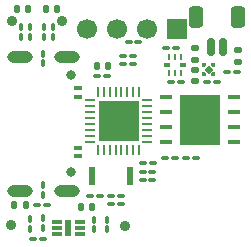
<source format=gbr>
%TF.GenerationSoftware,KiCad,Pcbnew,9.0.6-rc1*%
%TF.CreationDate,2025-11-21T10:50:26+01:00*%
%TF.ProjectId,hardware_V8,68617264-7761-4726-955f-56382e6b6963,rev?*%
%TF.SameCoordinates,Original*%
%TF.FileFunction,Soldermask,Top*%
%TF.FilePolarity,Negative*%
%FSLAX46Y46*%
G04 Gerber Fmt 4.6, Leading zero omitted, Abs format (unit mm)*
G04 Created by KiCad (PCBNEW 9.0.6-rc1) date 2025-11-21 10:50:26*
%MOMM*%
%LPD*%
G01*
G04 APERTURE LIST*
G04 Aperture macros list*
%AMRoundRect*
0 Rectangle with rounded corners*
0 $1 Rounding radius*
0 $2 $3 $4 $5 $6 $7 $8 $9 X,Y pos of 4 corners*
0 Add a 4 corners polygon primitive as box body*
4,1,4,$2,$3,$4,$5,$6,$7,$8,$9,$2,$3,0*
0 Add four circle primitives for the rounded corners*
1,1,$1+$1,$2,$3*
1,1,$1+$1,$4,$5*
1,1,$1+$1,$6,$7*
1,1,$1+$1,$8,$9*
0 Add four rect primitives between the rounded corners*
20,1,$1+$1,$2,$3,$4,$5,0*
20,1,$1+$1,$4,$5,$6,$7,0*
20,1,$1+$1,$6,$7,$8,$9,0*
20,1,$1+$1,$8,$9,$2,$3,0*%
%AMRotRect*
0 Rectangle, with rotation*
0 The origin of the aperture is its center*
0 $1 length*
0 $2 width*
0 $3 Rotation angle, in degrees counterclockwise*
0 Add horizontal line*
21,1,$1,$2,0,0,$3*%
%AMOutline5P*
0 Free polygon, 5 corners , with rotation*
0 The origin of the aperture is its center*
0 number of corners: always 5*
0 $1 to $10 corner X, Y*
0 $11 Rotation angle, in degrees counterclockwise*
0 create outline with 5 corners*
4,1,5,$1,$2,$3,$4,$5,$6,$7,$8,$9,$10,$1,$2,$11*%
%AMOutline6P*
0 Free polygon, 6 corners , with rotation*
0 The origin of the aperture is its center*
0 number of corners: always 6*
0 $1 to $12 corner X, Y*
0 $13 Rotation angle, in degrees counterclockwise*
0 create outline with 6 corners*
4,1,6,$1,$2,$3,$4,$5,$6,$7,$8,$9,$10,$11,$12,$1,$2,$13*%
%AMOutline7P*
0 Free polygon, 7 corners , with rotation*
0 The origin of the aperture is its center*
0 number of corners: always 7*
0 $1 to $14 corner X, Y*
0 $15 Rotation angle, in degrees counterclockwise*
0 create outline with 7 corners*
4,1,7,$1,$2,$3,$4,$5,$6,$7,$8,$9,$10,$11,$12,$13,$14,$1,$2,$15*%
%AMOutline8P*
0 Free polygon, 8 corners , with rotation*
0 The origin of the aperture is its center*
0 number of corners: always 8*
0 $1 to $16 corner X, Y*
0 $17 Rotation angle, in degrees counterclockwise*
0 create outline with 8 corners*
4,1,8,$1,$2,$3,$4,$5,$6,$7,$8,$9,$10,$11,$12,$13,$14,$15,$16,$1,$2,$17*%
G04 Aperture macros list end*
%ADD10R,0.700000X0.400000*%
%ADD11RoundRect,0.100000X-0.217500X-0.100000X0.217500X-0.100000X0.217500X0.100000X-0.217500X0.100000X0*%
%ADD12R,1.050000X0.450000*%
%ADD13R,3.450000X4.350000*%
%ADD14RoundRect,0.147500X-0.147500X-0.172500X0.147500X-0.172500X0.147500X0.172500X-0.147500X0.172500X0*%
%ADD15RoundRect,0.100000X0.100000X-0.217500X0.100000X0.217500X-0.100000X0.217500X-0.100000X-0.217500X0*%
%ADD16RoundRect,0.140000X-0.140000X-0.170000X0.140000X-0.170000X0.140000X0.170000X-0.140000X0.170000X0*%
%ADD17RoundRect,0.100000X0.217500X0.100000X-0.217500X0.100000X-0.217500X-0.100000X0.217500X-0.100000X0*%
%ADD18RoundRect,0.100000X-0.100000X0.217500X-0.100000X-0.217500X0.100000X-0.217500X0.100000X0.217500X0*%
%ADD19R,0.850000X0.300000*%
%ADD20R,0.610000X1.420000*%
%ADD21R,0.550000X1.500000*%
%ADD22RoundRect,0.140000X-0.170000X0.140000X-0.170000X-0.140000X0.170000X-0.140000X0.170000X0.140000X0*%
%ADD23R,0.250000X0.550000*%
%ADD24R,0.200000X0.550000*%
%ADD25R,0.600000X0.300000*%
%ADD26RoundRect,0.147500X0.147500X0.172500X-0.147500X0.172500X-0.147500X-0.172500X0.147500X-0.172500X0*%
%ADD27RoundRect,0.140000X0.170000X-0.140000X0.170000X0.140000X-0.170000X0.140000X-0.170000X-0.140000X0*%
%ADD28RoundRect,0.062500X0.375000X0.062500X-0.375000X0.062500X-0.375000X-0.062500X0.375000X-0.062500X0*%
%ADD29RoundRect,0.062500X0.062500X0.375000X-0.062500X0.375000X-0.062500X-0.375000X0.062500X-0.375000X0*%
%ADD30R,3.450000X3.450000*%
%ADD31RoundRect,0.140000X0.140000X0.170000X-0.140000X0.170000X-0.140000X-0.170000X0.140000X-0.170000X0*%
%ADD32Outline5P,-0.207500X0.150000X0.207500X0.150000X0.207500X0.000000X0.057500X-0.150000X-0.207500X-0.150000X0.000000*%
%ADD33Outline5P,-0.207500X0.150000X0.057500X0.150000X0.207500X0.000000X0.207500X-0.150000X-0.207500X-0.150000X0.000000*%
%ADD34RotRect,0.500000X0.500000X45.000000*%
%ADD35Outline5P,-0.207500X0.000000X-0.057500X0.150000X0.207500X0.150000X0.207500X-0.150000X-0.207500X-0.150000X0.000000*%
%ADD36Outline5P,-0.207500X0.150000X0.207500X0.150000X0.207500X-0.150000X-0.057500X-0.150000X-0.207500X0.000000X0.000000*%
%ADD37RoundRect,0.150000X-0.150000X-0.625000X0.150000X-0.625000X0.150000X0.625000X-0.150000X0.625000X0*%
%ADD38RoundRect,0.250000X-0.350000X-0.650000X0.350000X-0.650000X0.350000X0.650000X-0.350000X0.650000X0*%
%ADD39C,0.900000*%
%ADD40C,0.800000*%
%ADD41O,2.150000X1.000000*%
%ADD42R,1.700000X1.700000*%
%ADD43C,1.700000*%
G04 APERTURE END LIST*
D10*
%TO.C,D1*%
X117860000Y-95370000D03*
X117860000Y-94670000D03*
%TD*%
D11*
%TO.C,C14*%
X120700000Y-103800000D03*
X121515000Y-103800000D03*
%TD*%
D12*
%TO.C,IC6*%
X131050000Y-99250000D03*
X131050000Y-97980000D03*
X131050000Y-96710000D03*
X131050000Y-95440000D03*
X125350000Y-95440000D03*
X125350000Y-96710000D03*
X125350000Y-97980000D03*
X125350000Y-99250000D03*
D13*
X128200000Y-97345000D03*
%TD*%
D14*
%TO.C,LEDGREEN1*%
X115155000Y-87980000D03*
X116125000Y-87980000D03*
%TD*%
D15*
%TO.C,R23*%
X114900000Y-92547500D03*
X114900000Y-91732500D03*
%TD*%
%TO.C,R9*%
X113800000Y-90307500D03*
X113800000Y-89492500D03*
%TD*%
D11*
%TO.C,R6*%
X123362500Y-101750000D03*
X124177500Y-101750000D03*
%TD*%
D16*
%TO.C,C29*%
X118120000Y-104700000D03*
X119080000Y-104700000D03*
%TD*%
D11*
%TO.C,R11*%
X121685000Y-92600000D03*
X122500000Y-92600000D03*
%TD*%
D17*
%TO.C,C25*%
X122975000Y-90750000D03*
X122160000Y-90750000D03*
%TD*%
D11*
%TO.C,R4*%
X114442500Y-104550000D03*
X115257500Y-104550000D03*
%TD*%
D17*
%TO.C,R3*%
X119707500Y-103800000D03*
X118892500Y-103800000D03*
%TD*%
D18*
%TO.C,R7*%
X113770000Y-105722500D03*
X113770000Y-106537500D03*
%TD*%
D19*
%TO.C,IC5*%
X118000000Y-107000000D03*
X118000000Y-106500000D03*
X118000000Y-106000000D03*
X116100000Y-106000000D03*
X116100000Y-106500000D03*
X116100000Y-107000000D03*
D20*
X117050000Y-106500000D03*
%TD*%
D21*
%TO.C,SW4*%
X122275000Y-102050000D03*
X119025000Y-102050000D03*
%TD*%
D11*
%TO.C,R12*%
X121685000Y-91900000D03*
X122500000Y-91900000D03*
%TD*%
D22*
%TO.C,C4*%
X131400000Y-91450000D03*
X131400000Y-92410000D03*
%TD*%
D17*
%TO.C,R13*%
X127857500Y-100550000D03*
X127042500Y-100550000D03*
%TD*%
%TO.C,C10*%
X120307500Y-93600000D03*
X119492500Y-93600000D03*
%TD*%
D18*
%TO.C,C6*%
X119200000Y-105792500D03*
X119200000Y-106607500D03*
%TD*%
D17*
%TO.C,R19*%
X121507500Y-104500000D03*
X120692500Y-104500000D03*
%TD*%
D23*
%TO.C,IC1*%
X126590000Y-92000000D03*
D24*
X126090000Y-92000000D03*
D23*
X125590000Y-92000000D03*
D25*
X125440000Y-92675000D03*
D23*
X125590000Y-93350000D03*
D24*
X126090000Y-93350000D03*
D23*
X126590000Y-93350000D03*
D25*
X126740000Y-92675000D03*
%TD*%
D17*
%TO.C,R18*%
X131307500Y-93250000D03*
X130492500Y-93250000D03*
%TD*%
D15*
%TO.C,C20*%
X115000000Y-90307500D03*
X115000000Y-89492500D03*
%TD*%
D26*
%TO.C,LEDBLUE1*%
X113645000Y-87990000D03*
X112675000Y-87990000D03*
%TD*%
D14*
%TO.C,LEDRED1*%
X112465000Y-104550000D03*
X113435000Y-104550000D03*
%TD*%
D11*
%TO.C,R20*%
X125762500Y-94140000D03*
X126577500Y-94140000D03*
%TD*%
D18*
%TO.C,C7*%
X114930000Y-105672500D03*
X114930000Y-106487500D03*
%TD*%
D15*
%TO.C,R1*%
X115750000Y-90307500D03*
X115750000Y-89492500D03*
%TD*%
D27*
%TO.C,C1*%
X127740000Y-92250000D03*
X127740000Y-91290000D03*
%TD*%
D28*
%TO.C,U1*%
X123740000Y-99180000D03*
X123740000Y-98680000D03*
X123740000Y-98180000D03*
X123740000Y-97680000D03*
X123740000Y-97180000D03*
X123740000Y-96680000D03*
X123740000Y-96180000D03*
X123740000Y-95680000D03*
D29*
X123052500Y-94992500D03*
X122552500Y-94992500D03*
X122052500Y-94992500D03*
X121552500Y-94992500D03*
X121052500Y-94992500D03*
X120552500Y-94992500D03*
X120052500Y-94992500D03*
X119552500Y-94992500D03*
D28*
X118865000Y-95680000D03*
X118865000Y-96180000D03*
X118865000Y-96680000D03*
X118865000Y-97180000D03*
X118865000Y-97680000D03*
X118865000Y-98180000D03*
X118865000Y-98680000D03*
X118865000Y-99180000D03*
D29*
X119552500Y-99867500D03*
X120052500Y-99867500D03*
X120552500Y-99867500D03*
X121052500Y-99867500D03*
X121552500Y-99867500D03*
X122052500Y-99867500D03*
X122552500Y-99867500D03*
X123052500Y-99867500D03*
D30*
X121302500Y-97430000D03*
%TD*%
D18*
%TO.C,R22*%
X114890000Y-102862500D03*
X114890000Y-103677500D03*
%TD*%
D31*
%TO.C,C19*%
X120430000Y-92750000D03*
X119470000Y-92750000D03*
%TD*%
D10*
%TO.C,D2*%
X117900000Y-100430000D03*
X117900000Y-99730000D03*
%TD*%
D32*
%TO.C,U2*%
X128557500Y-92725000D03*
D33*
X128557500Y-93435000D03*
D34*
X128950000Y-93080000D03*
D35*
X129342500Y-93435000D03*
D36*
X129342500Y-92725000D03*
%TD*%
D18*
%TO.C,R8*%
X120300000Y-105785000D03*
X120300000Y-106600000D03*
%TD*%
D17*
%TO.C,R17*%
X114907500Y-107400000D03*
X114092500Y-107400000D03*
%TD*%
D22*
%TO.C,C5*%
X127740000Y-93110000D03*
X127740000Y-94070000D03*
%TD*%
D17*
%TO.C,C11*%
X126087500Y-100570000D03*
X125272500Y-100570000D03*
%TD*%
D15*
%TO.C,R2*%
X113050000Y-90307500D03*
X113050000Y-89492500D03*
%TD*%
D11*
%TO.C,R21*%
X125312500Y-91240000D03*
X126127500Y-91240000D03*
%TD*%
D37*
%TO.C,U5*%
X129130000Y-91125000D03*
X130130000Y-91125000D03*
D38*
X127830000Y-88600000D03*
X131430000Y-88600000D03*
%TD*%
D11*
%TO.C,C13*%
X123370000Y-100960000D03*
X124185000Y-100960000D03*
%TD*%
%TO.C,C18*%
X123352500Y-102460000D03*
X124167500Y-102460000D03*
%TD*%
%TO.C,R5*%
X128810000Y-94150000D03*
X129625000Y-94150000D03*
%TD*%
D39*
%TO.C,S3*%
X112265000Y-88980000D03*
X116515000Y-88980000D03*
%TD*%
%TO.C,S1*%
X112225000Y-106200000D03*
%TD*%
%TO.C,S2*%
X121875000Y-106350000D03*
%TD*%
D40*
%TO.C,J1*%
X117250000Y-101770000D03*
X117250000Y-93570000D03*
D41*
X116950000Y-103320000D03*
X116950000Y-92020000D03*
X112950000Y-103320000D03*
X112950000Y-92020000D03*
%TD*%
D42*
%TO.C,J3*%
X126230000Y-89630000D03*
D43*
X123690000Y-89630000D03*
X121150000Y-89630000D03*
X118610000Y-89630000D03*
%TD*%
M02*

</source>
